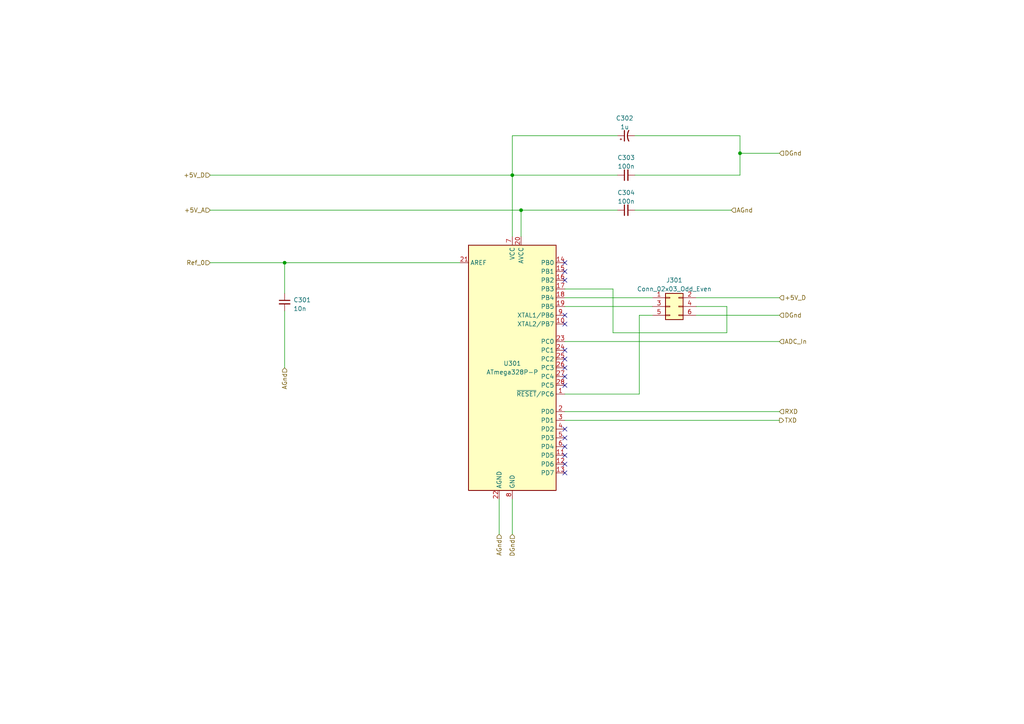
<source format=kicad_sch>
(kicad_sch (version 20230121) (generator eeschema)
  (paper "A4")
  (lib_symbols
    (symbol "Connector_Generic:Conn_02x03_Odd_Even" (pin_names (offset 1.016) hide)
      (property "Reference" "J" (at 1.27 5.08 0))
      (property "Value" "Conn_02x03_Odd_Even" (at 1.27 -5.08 0))
      (symbol "Conn_02x03_Odd_Even_1_1"
        (rectangle (start -1.27 -2.413) (end 0 -2.667) (stroke (width 0.1524)))
        (rectangle (start -1.27 0.127) (end 0 -0.127) (stroke (width 0.1524)))
        (rectangle (start -1.27 2.667) (end 0 2.413) (stroke (width 0.1524)))
        (rectangle (start -1.27 3.81) (end 3.81 -3.81) (stroke (width 0.254)) (fill (type background)))
        (rectangle (start 3.81 -2.413) (end 2.54 -2.667) (stroke (width 0.1524)))
        (rectangle (start 3.81 0.127) (end 2.54 -0.127) (stroke (width 0.1524)))
        (rectangle (start 3.81 2.667) (end 2.54 2.413) (stroke (width 0.1524)))
        (pin passive line (at -5.08 2.54 0) (length 3.81) (name "Pin_1") (number "1"))
        (pin passive line (at 7.62 2.54 180) (length 3.81) (name "Pin_2") (number "2"))
        (pin passive line (at -5.08 0 0) (length 3.81) (name "Pin_3") (number "3"))
        (pin passive line (at 7.62 0 180) (length 3.81) (name "Pin_4") (number "4"))
        (pin passive line (at -5.08 -2.54 0) (length 3.81) (name "Pin_5") (number "5"))
        (pin passive line (at 7.62 -2.54 180) (length 3.81) (name "Pin_6") (number "6"))
      )
    )
    (symbol "Device:C_Polarized_Small_US" (pin_numbers hide) (pin_names (offset 0.254) hide)
      (property "Reference" "C" (at 0.254 1.778 0))
      (property "Value" "C_Polarized_Small_US" (at 0.254 -2.032 0))
      (symbol "C_Polarized_Small_US_0_1"
        (polyline (pts (xy -1.524 0.508) (xy 1.524 0.508)) (stroke (width 0.3048)))
        (polyline (pts (xy -1.27 1.524) (xy -0.762 1.524)))
        (polyline (pts (xy -1.016 1.27) (xy -1.016 1.778)))
        (arc (start 1.524 -0.762) (mid 0 -0.3734) (end -1.524 -0.762) (stroke (width 0.3048)))
      )
      (symbol "C_Polarized_Small_US_1_1"
        (pin passive line (at 0 2.54 270) (length 2.032) (name "~") (number "1"))
        (pin passive line (at 0 -2.54 90) (length 2.032) (name "~") (number "2"))
      )
    )
    (symbol "Device:C_Small" (pin_numbers hide) (pin_names (offset 0.254) hide)
      (property "Reference" "C" (at 0.254 1.778 0))
      (property "Value" "C_Small" (at 0.254 -2.032 0))
      (symbol "C_Small_0_1"
        (polyline (pts (xy -1.524 -0.508) (xy 1.524 -0.508)) (stroke (width 0.3302)))
        (polyline (pts (xy -1.524 0.508) (xy 1.524 0.508)) (stroke (width 0.3048)))
      )
      (symbol "C_Small_1_1"
        (pin passive line (at 0 2.54 270) (length 2.032) (name "~") (number "1"))
        (pin passive line (at 0 -2.54 90) (length 2.032) (name "~") (number "2"))
      )
    )
    (symbol "MCU_Microchip_ATmega:ATmega328P-P"
      (property "Reference" "U1" (at 0 1.27 0))
      (property "Value" "ATmega328P-P" (at 0 -1.27 0))
      (symbol "ATmega328P-P_0_1"
        (rectangle (start -12.7 35.56) (end 12.7 -35.56) (stroke (width 0.254)) (fill (type background)))
      )
      (symbol "ATmega328P-P_1_1"
        (pin bidirectional line (at 15.24 -7.62 180) (length 2.54) (name "~{RESET}/PC6") (number "1"))
        (pin bidirectional line (at 15.24 12.7 180) (length 2.54) (name "XTAL2/PB7") (number "10"))
        (pin bidirectional line (at 15.24 -25.4 180) (length 2.54) (name "PD5") (number "11"))
        (pin bidirectional line (at 15.24 -27.94 180) (length 2.54) (name "PD6") (number "12"))
        (pin bidirectional line (at 15.24 -30.48 180) (length 2.54) (name "PD7") (number "13"))
        (pin bidirectional line (at 15.24 30.48 180) (length 2.54) (name "PB0") (number "14"))
        (pin bidirectional line (at 15.24 27.94 180) (length 2.54) (name "PB1") (number "15"))
        (pin bidirectional line (at 15.24 25.4 180) (length 2.54) (name "PB2") (number "16"))
        (pin bidirectional line (at 15.24 22.86 180) (length 2.54) (name "PB3") (number "17"))
        (pin bidirectional line (at 15.24 20.32 180) (length 2.54) (name "PB4") (number "18"))
        (pin bidirectional line (at 15.24 17.78 180) (length 2.54) (name "PB5") (number "19"))
        (pin bidirectional line (at 15.24 -12.7 180) (length 2.54) (name "PD0") (number "2"))
        (pin power_in line (at 2.54 38.1 270) (length 2.54) (name "AVCC") (number "20"))
        (pin passive line (at -15.24 30.48 0) (length 2.54) (name "AREF") (number "21"))
        (pin power_in line (at -3.81 -38.1 90) (length 2.54) (name "AGND") (number "22"))
        (pin passive line (at 0 -38.1 90) (length 2.54) hide (name "GND") (number "22"))
        (pin bidirectional line (at 15.24 7.62 180) (length 2.54) (name "PC0") (number "23"))
        (pin bidirectional line (at 15.24 5.08 180) (length 2.54) (name "PC1") (number "24"))
        (pin bidirectional line (at 15.24 2.54 180) (length 2.54) (name "PC2") (number "25"))
        (pin bidirectional line (at 15.24 0 180) (length 2.54) (name "PC3") (number "26"))
        (pin bidirectional line (at 15.24 -2.54 180) (length 2.54) (name "PC4") (number "27"))
        (pin bidirectional line (at 15.24 -5.08 180) (length 2.54) (name "PC5") (number "28"))
        (pin bidirectional line (at 15.24 -15.24 180) (length 2.54) (name "PD1") (number "3"))
        (pin bidirectional line (at 15.24 -17.78 180) (length 2.54) (name "PD2") (number "4"))
        (pin bidirectional line (at 15.24 -20.32 180) (length 2.54) (name "PD3") (number "5"))
        (pin bidirectional line (at 15.24 -22.86 180) (length 2.54) (name "PD4") (number "6"))
        (pin power_in line (at 0 38.1 270) (length 2.54) (name "VCC") (number "7"))
        (pin power_in line (at 0 -38.1 90) (length 2.54) (name "GND") (number "8"))
        (pin bidirectional line (at 15.24 15.24 180) (length 2.54) (name "XTAL1/PB6") (number "9"))
      )
    )
  )
  (junction (at 151.13 60.96))
  (junction (at 82.55 76.2))
  (junction (at 148.59 50.8))
  (junction (at 214.63 44.45))
  (no_connect (at 163.83 109.22))
  (no_connect (at 163.83 111.76))
  (no_connect (at 163.83 76.2))
  (no_connect (at 163.83 81.28))
  (no_connect (at 163.83 91.44))
  (no_connect (at 163.83 106.68))
  (no_connect (at 163.83 104.14))
  (no_connect (at 163.83 134.62))
  (no_connect (at 163.83 124.46))
  (no_connect (at 163.83 93.98))
  (no_connect (at 163.83 137.16))
  (no_connect (at 163.83 78.74))
  (no_connect (at 163.83 127))
  (no_connect (at 163.83 132.08))
  (no_connect (at 163.83 101.6))
  (no_connect (at 163.83 129.54))
  (wire (pts (xy 201.93 86.36) (xy 226.06 86.36)))
  (wire (pts (xy 60.96 50.8) (xy 148.59 50.8)))
  (wire (pts (xy 151.13 60.96) (xy 179.07 60.96)))
  (wire (pts (xy 184.15 60.96) (xy 212.09 60.96)))
  (wire (pts (xy 177.8 96.52) (xy 210.82 96.52)))
  (wire (pts (xy 148.59 39.37) (xy 148.59 50.8)))
  (wire (pts (xy 163.83 88.9) (xy 189.23 88.9)))
  (wire (pts (xy 201.93 91.44) (xy 226.06 91.44)))
  (wire (pts (xy 163.83 86.36) (xy 189.23 86.36)))
  (wire (pts (xy 151.13 60.96) (xy 151.13 68.58)))
  (wire (pts (xy 60.96 76.2) (xy 82.55 76.2)))
  (wire (pts (xy 60.96 60.96) (xy 151.13 60.96)))
  (wire (pts (xy 163.83 119.38) (xy 226.06 119.38)))
  (wire (pts (xy 82.55 90.17) (xy 82.55 106.68)))
  (wire (pts (xy 177.8 83.82) (xy 177.8 96.52)))
  (wire (pts (xy 148.59 50.8) (xy 148.59 68.58)))
  (wire (pts (xy 210.82 96.52) (xy 210.82 88.9)))
  (wire (pts (xy 148.59 50.8) (xy 179.07 50.8)))
  (wire (pts (xy 148.59 144.78) (xy 148.59 154.94)))
  (wire (pts (xy 214.63 44.45) (xy 214.63 39.37)))
  (wire (pts (xy 82.55 76.2) (xy 82.55 85.09)))
  (wire (pts (xy 184.15 50.8) (xy 214.63 50.8)))
  (wire (pts (xy 179.07 39.37) (xy 148.59 39.37)))
  (wire (pts (xy 163.83 121.92) (xy 226.06 121.92)))
  (wire (pts (xy 214.63 50.8) (xy 214.63 44.45)))
  (wire (pts (xy 184.15 39.37) (xy 214.63 39.37)))
  (wire (pts (xy 210.82 88.9) (xy 201.93 88.9)))
  (wire (pts (xy 185.42 114.3) (xy 185.42 91.44)))
  (wire (pts (xy 163.83 83.82) (xy 177.8 83.82)))
  (wire (pts (xy 185.42 91.44) (xy 189.23 91.44)))
  (wire (pts (xy 163.83 114.3) (xy 185.42 114.3)))
  (wire (pts (xy 82.55 76.2) (xy 133.35 76.2)))
  (wire (pts (xy 214.63 44.45) (xy 226.06 44.45)))
  (wire (pts (xy 144.78 144.78) (xy 144.78 154.94)))
  (wire (pts (xy 163.83 99.06) (xy 226.06 99.06)))
  (hierarchical_label "DGnd" (shape input) (at 226.06 44.45 0))
  (hierarchical_label "+5V_A" (shape input) (at 60.96 60.96 180))
  (hierarchical_label "AGnd" (shape input) (at 212.09 60.96 0))
  (hierarchical_label "AGnd" (shape input) (at 144.78 154.94 270))
  (hierarchical_label "Ref_0" (shape input) (at 60.96 76.2 180))
  (hierarchical_label "+5V_D" (shape input) (at 226.06 86.36 0))
  (hierarchical_label "AGnd" (shape input) (at 82.55 106.68 270))
  (hierarchical_label "DGnd" (shape input) (at 226.06 91.44 0))
  (hierarchical_label "+5V_D" (shape input) (at 60.96 50.8 180))
  (hierarchical_label "ADC_In" (shape input) (at 226.06 99.06 0))
  (hierarchical_label "DGnd" (shape input) (at 148.59 154.94 270))
  (hierarchical_label "RXD" (shape input) (at 226.06 119.38 0))
  (hierarchical_label "TXD" (shape output) (at 226.06 121.92 0))
  (symbol (lib_id "Device:C_Small") (at 181.61 50.8 90) (unit 1)
    (property "Reference" "C303" (at 181.6163 45.72 90))
    (property "Value" "100n" (at 181.6163 48.26 90))
    (property "Footprint" "Capacitor_SMD:C_0805_2012Metric" (effects hide))
  )
  (symbol (lib_id "Connector_Generic:Conn_02x03_Odd_Even") (at 194.31 88.9 0) (unit 1)
    (property "Reference" "J301" (at 195.58 81.28 0))
    (property "Value" "Conn_02x03_Odd_Even" (at 195.58 83.82 0))
    (property "Footprint" "Connector_IDC:IDC-Header_2x03_P2.54mm_Vertical" (effects hide))
  )
  (symbol (lib_id "Device:C_Small") (at 181.61 60.96 90) (unit 1)
    (property "Reference" "C304" (at 181.6163 55.88 90))
    (property "Value" "100n" (at 181.6163 58.42 90))
    (property "Footprint" "Capacitor_SMD:C_0805_2012Metric" (effects hide))
  )
  (symbol (lib_id "Device:C_Polarized_Small_US") (at 181.61 39.37 90) (unit 1)
    (property "Reference" "C302" (at 181.1782 34.29 90))
    (property "Value" "1u" (at 181.1782 36.83 90))
    (property "Footprint" "Capacitor_Tantalum_SMD:CP_EIA-3216-18_Kemet-A" (effects hide))
  )
  (symbol (lib_id "Device:C_Small") (at 82.55 87.63 0) (unit 1)
    (property "Reference" "C301" (at 85.09 87.0013 0) (effects (justify left)))
    (property "Value" "10n" (at 85.09 89.5413 0) (effects (justify left)))
    (property "Footprint" "Capacitor_SMD:C_0805_2012Metric" (effects hide))
  )
  (symbol (lib_id "MCU_Microchip_ATmega:ATmega328P-P") (at 148.59 106.68 0) (unit 1)
    (property "Reference" "U301" (at 148.59 105.41 0))
    (property "Value" "ATmega328P-P" (at 148.59 107.95 0))
    (property "Footprint" "Package_DIP:DIP-28_W7.62mm" (effects hide))
    (property "Datasheet" "http://ww1.microchip.com/downloads/en/DeviceDoc/ATmega328_P%20AVR%20MCU%20with%20picoPower%20Technology%20Data%20Sheet%2040001984A.pdf" (effects hide))
  )
)
</source>
